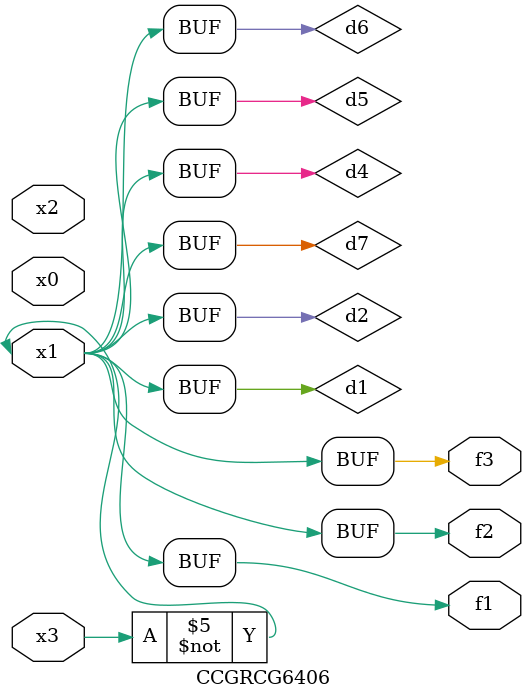
<source format=v>
module CCGRCG6406(
	input x0, x1, x2, x3,
	output f1, f2, f3
);

	wire d1, d2, d3, d4, d5, d6, d7;

	not (d1, x3);
	buf (d2, x1);
	xnor (d3, d1, d2);
	nor (d4, d1);
	buf (d5, d1, d2);
	buf (d6, d4, d5);
	nand (d7, d4);
	assign f1 = d6;
	assign f2 = d7;
	assign f3 = d6;
endmodule

</source>
